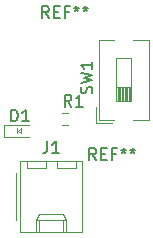
<source format=gbr>
%TF.GenerationSoftware,KiCad,Pcbnew,7.0.1*%
%TF.CreationDate,2023-09-08T00:00:38-05:00*%
%TF.ProjectId,proj1,70726f6a-312e-46b6-9963-61645f706362,1.0*%
%TF.SameCoordinates,Original*%
%TF.FileFunction,Legend,Top*%
%TF.FilePolarity,Positive*%
%FSLAX46Y46*%
G04 Gerber Fmt 4.6, Leading zero omitted, Abs format (unit mm)*
G04 Created by KiCad (PCBNEW 7.0.1) date 2023-09-08 00:00:38*
%MOMM*%
%LPD*%
G01*
G04 APERTURE LIST*
%ADD10C,0.150000*%
%ADD11C,0.120000*%
%ADD12C,0.100000*%
G04 APERTURE END LIST*
D10*
%TO.C,REF\u002A\u002A*%
X113666666Y-79462619D02*
X113333333Y-78986428D01*
X113095238Y-79462619D02*
X113095238Y-78462619D01*
X113095238Y-78462619D02*
X113476190Y-78462619D01*
X113476190Y-78462619D02*
X113571428Y-78510238D01*
X113571428Y-78510238D02*
X113619047Y-78557857D01*
X113619047Y-78557857D02*
X113666666Y-78653095D01*
X113666666Y-78653095D02*
X113666666Y-78795952D01*
X113666666Y-78795952D02*
X113619047Y-78891190D01*
X113619047Y-78891190D02*
X113571428Y-78938809D01*
X113571428Y-78938809D02*
X113476190Y-78986428D01*
X113476190Y-78986428D02*
X113095238Y-78986428D01*
X114095238Y-78938809D02*
X114428571Y-78938809D01*
X114571428Y-79462619D02*
X114095238Y-79462619D01*
X114095238Y-79462619D02*
X114095238Y-78462619D01*
X114095238Y-78462619D02*
X114571428Y-78462619D01*
X115333333Y-78938809D02*
X115000000Y-78938809D01*
X115000000Y-79462619D02*
X115000000Y-78462619D01*
X115000000Y-78462619D02*
X115476190Y-78462619D01*
X116000000Y-78462619D02*
X116000000Y-78700714D01*
X115761905Y-78605476D02*
X116000000Y-78700714D01*
X116000000Y-78700714D02*
X116238095Y-78605476D01*
X115857143Y-78891190D02*
X116000000Y-78700714D01*
X116000000Y-78700714D02*
X116142857Y-78891190D01*
X116761905Y-78462619D02*
X116761905Y-78700714D01*
X116523810Y-78605476D02*
X116761905Y-78700714D01*
X116761905Y-78700714D02*
X117000000Y-78605476D01*
X116619048Y-78891190D02*
X116761905Y-78700714D01*
X116761905Y-78700714D02*
X116904762Y-78891190D01*
X109666666Y-67462619D02*
X109333333Y-66986428D01*
X109095238Y-67462619D02*
X109095238Y-66462619D01*
X109095238Y-66462619D02*
X109476190Y-66462619D01*
X109476190Y-66462619D02*
X109571428Y-66510238D01*
X109571428Y-66510238D02*
X109619047Y-66557857D01*
X109619047Y-66557857D02*
X109666666Y-66653095D01*
X109666666Y-66653095D02*
X109666666Y-66795952D01*
X109666666Y-66795952D02*
X109619047Y-66891190D01*
X109619047Y-66891190D02*
X109571428Y-66938809D01*
X109571428Y-66938809D02*
X109476190Y-66986428D01*
X109476190Y-66986428D02*
X109095238Y-66986428D01*
X110095238Y-66938809D02*
X110428571Y-66938809D01*
X110571428Y-67462619D02*
X110095238Y-67462619D01*
X110095238Y-67462619D02*
X110095238Y-66462619D01*
X110095238Y-66462619D02*
X110571428Y-66462619D01*
X111333333Y-66938809D02*
X111000000Y-66938809D01*
X111000000Y-67462619D02*
X111000000Y-66462619D01*
X111000000Y-66462619D02*
X111476190Y-66462619D01*
X112000000Y-66462619D02*
X112000000Y-66700714D01*
X111761905Y-66605476D02*
X112000000Y-66700714D01*
X112000000Y-66700714D02*
X112238095Y-66605476D01*
X111857143Y-66891190D02*
X112000000Y-66700714D01*
X112000000Y-66700714D02*
X112142857Y-66891190D01*
X112761905Y-66462619D02*
X112761905Y-66700714D01*
X112523810Y-66605476D02*
X112761905Y-66700714D01*
X112761905Y-66700714D02*
X113000000Y-66605476D01*
X112619048Y-66891190D02*
X112761905Y-66700714D01*
X112761905Y-66700714D02*
X112904762Y-66891190D01*
%TO.C,R1*%
X111583333Y-74962619D02*
X111250000Y-74486428D01*
X111011905Y-74962619D02*
X111011905Y-73962619D01*
X111011905Y-73962619D02*
X111392857Y-73962619D01*
X111392857Y-73962619D02*
X111488095Y-74010238D01*
X111488095Y-74010238D02*
X111535714Y-74057857D01*
X111535714Y-74057857D02*
X111583333Y-74153095D01*
X111583333Y-74153095D02*
X111583333Y-74295952D01*
X111583333Y-74295952D02*
X111535714Y-74391190D01*
X111535714Y-74391190D02*
X111488095Y-74438809D01*
X111488095Y-74438809D02*
X111392857Y-74486428D01*
X111392857Y-74486428D02*
X111011905Y-74486428D01*
X112535714Y-74962619D02*
X111964286Y-74962619D01*
X112250000Y-74962619D02*
X112250000Y-73962619D01*
X112250000Y-73962619D02*
X112154762Y-74105476D01*
X112154762Y-74105476D02*
X112059524Y-74200714D01*
X112059524Y-74200714D02*
X111964286Y-74248333D01*
%TO.C,D1*%
X106461905Y-76206369D02*
X106461905Y-75206369D01*
X106461905Y-75206369D02*
X106700000Y-75206369D01*
X106700000Y-75206369D02*
X106842857Y-75253988D01*
X106842857Y-75253988D02*
X106938095Y-75349226D01*
X106938095Y-75349226D02*
X106985714Y-75444464D01*
X106985714Y-75444464D02*
X107033333Y-75634940D01*
X107033333Y-75634940D02*
X107033333Y-75777797D01*
X107033333Y-75777797D02*
X106985714Y-75968273D01*
X106985714Y-75968273D02*
X106938095Y-76063511D01*
X106938095Y-76063511D02*
X106842857Y-76158750D01*
X106842857Y-76158750D02*
X106700000Y-76206369D01*
X106700000Y-76206369D02*
X106461905Y-76206369D01*
X107985714Y-76206369D02*
X107414286Y-76206369D01*
X107700000Y-76206369D02*
X107700000Y-75206369D01*
X107700000Y-75206369D02*
X107604762Y-75349226D01*
X107604762Y-75349226D02*
X107509524Y-75444464D01*
X107509524Y-75444464D02*
X107414286Y-75492083D01*
%TO.C,SW1*%
X113305000Y-73833332D02*
X113352619Y-73690475D01*
X113352619Y-73690475D02*
X113352619Y-73452380D01*
X113352619Y-73452380D02*
X113305000Y-73357142D01*
X113305000Y-73357142D02*
X113257380Y-73309523D01*
X113257380Y-73309523D02*
X113162142Y-73261904D01*
X113162142Y-73261904D02*
X113066904Y-73261904D01*
X113066904Y-73261904D02*
X112971666Y-73309523D01*
X112971666Y-73309523D02*
X112924047Y-73357142D01*
X112924047Y-73357142D02*
X112876428Y-73452380D01*
X112876428Y-73452380D02*
X112828809Y-73642856D01*
X112828809Y-73642856D02*
X112781190Y-73738094D01*
X112781190Y-73738094D02*
X112733571Y-73785713D01*
X112733571Y-73785713D02*
X112638333Y-73833332D01*
X112638333Y-73833332D02*
X112543095Y-73833332D01*
X112543095Y-73833332D02*
X112447857Y-73785713D01*
X112447857Y-73785713D02*
X112400238Y-73738094D01*
X112400238Y-73738094D02*
X112352619Y-73642856D01*
X112352619Y-73642856D02*
X112352619Y-73404761D01*
X112352619Y-73404761D02*
X112400238Y-73261904D01*
X112352619Y-72928570D02*
X113352619Y-72690475D01*
X113352619Y-72690475D02*
X112638333Y-72499999D01*
X112638333Y-72499999D02*
X113352619Y-72309523D01*
X113352619Y-72309523D02*
X112352619Y-72071428D01*
X113352619Y-71166666D02*
X113352619Y-71738094D01*
X113352619Y-71452380D02*
X112352619Y-71452380D01*
X112352619Y-71452380D02*
X112495476Y-71547618D01*
X112495476Y-71547618D02*
X112590714Y-71642856D01*
X112590714Y-71642856D02*
X112638333Y-71738094D01*
%TO.C,J1*%
X109521666Y-77892619D02*
X109521666Y-78606904D01*
X109521666Y-78606904D02*
X109474047Y-78749761D01*
X109474047Y-78749761D02*
X109378809Y-78845000D01*
X109378809Y-78845000D02*
X109235952Y-78892619D01*
X109235952Y-78892619D02*
X109140714Y-78892619D01*
X110521666Y-78892619D02*
X109950238Y-78892619D01*
X110235952Y-78892619D02*
X110235952Y-77892619D01*
X110235952Y-77892619D02*
X110140714Y-78035476D01*
X110140714Y-78035476D02*
X110045476Y-78130714D01*
X110045476Y-78130714D02*
X109950238Y-78178333D01*
D11*
%TO.C,R1*%
X111254724Y-76522500D02*
X110745276Y-76522500D01*
X111254724Y-75477500D02*
X110745276Y-75477500D01*
%TO.C,D1*%
X105900000Y-76493750D02*
X105900000Y-77493750D01*
X105900000Y-76493750D02*
X108000000Y-76493750D01*
X105900000Y-77493750D02*
X108000000Y-77493750D01*
D12*
X107000000Y-76793750D02*
X107000000Y-77193750D01*
X107050000Y-76993750D02*
X107350000Y-76793750D01*
X107350000Y-76793750D02*
X107350000Y-77193750D01*
X107350000Y-77193750D02*
X107050000Y-76993750D01*
D11*
%TO.C,SW1*%
X113650000Y-76338750D02*
X115033000Y-76338750D01*
X113650000Y-76338750D02*
X113650000Y-74955750D01*
X113890000Y-76098750D02*
X115200000Y-76098750D01*
X113890000Y-76098750D02*
X113890000Y-69278750D01*
X116800000Y-76098750D02*
X118110000Y-76098750D01*
X118110000Y-76098750D02*
X118110000Y-69278750D01*
X115365000Y-74498750D02*
X116635000Y-74498750D01*
X115485000Y-74498750D02*
X115485000Y-73292083D01*
X115605000Y-74498750D02*
X115605000Y-73292083D01*
X115725000Y-74498750D02*
X115725000Y-73292083D01*
X115845000Y-74498750D02*
X115845000Y-73292083D01*
X115965000Y-74498750D02*
X115965000Y-73292083D01*
X116085000Y-74498750D02*
X116085000Y-73292083D01*
X116205000Y-74498750D02*
X116205000Y-73292083D01*
X116325000Y-74498750D02*
X116325000Y-73292083D01*
X116445000Y-74498750D02*
X116445000Y-73292083D01*
X116565000Y-74498750D02*
X116565000Y-73292083D01*
X116635000Y-74498750D02*
X116635000Y-70878750D01*
X115365000Y-73292083D02*
X116635000Y-73292083D01*
X115365000Y-70878750D02*
X115365000Y-74498750D01*
X116635000Y-70878750D02*
X115365000Y-70878750D01*
X113890000Y-69278750D02*
X115200000Y-69278750D01*
X116800000Y-69278750D02*
X118110000Y-69278750D01*
%TO.C,J1*%
X106915000Y-80550000D02*
X106915000Y-84550000D01*
X107205000Y-79520000D02*
X107205000Y-85540000D01*
X107205000Y-85540000D02*
X112505000Y-85540000D01*
X107785000Y-79520000D02*
X107785000Y-80120000D01*
X107785000Y-80120000D02*
X109385000Y-80120000D01*
X108585000Y-84540000D02*
X108835000Y-84010000D01*
X108585000Y-84540000D02*
X111125000Y-84540000D01*
X108585000Y-85540000D02*
X108585000Y-84540000D01*
X108835000Y-84010000D02*
X110875000Y-84010000D01*
X108835000Y-85540000D02*
X108835000Y-84540000D01*
X109385000Y-80120000D02*
X109385000Y-79520000D01*
X110325000Y-79520000D02*
X110325000Y-80120000D01*
X110325000Y-80120000D02*
X111925000Y-80120000D01*
X110875000Y-84010000D02*
X111125000Y-84540000D01*
X110875000Y-85540000D02*
X110875000Y-84540000D01*
X111125000Y-84540000D02*
X111125000Y-85540000D01*
X111925000Y-80120000D02*
X111925000Y-79520000D01*
X112505000Y-79520000D02*
X107205000Y-79520000D01*
X112505000Y-85540000D02*
X112505000Y-79520000D01*
%TD*%
M02*

</source>
